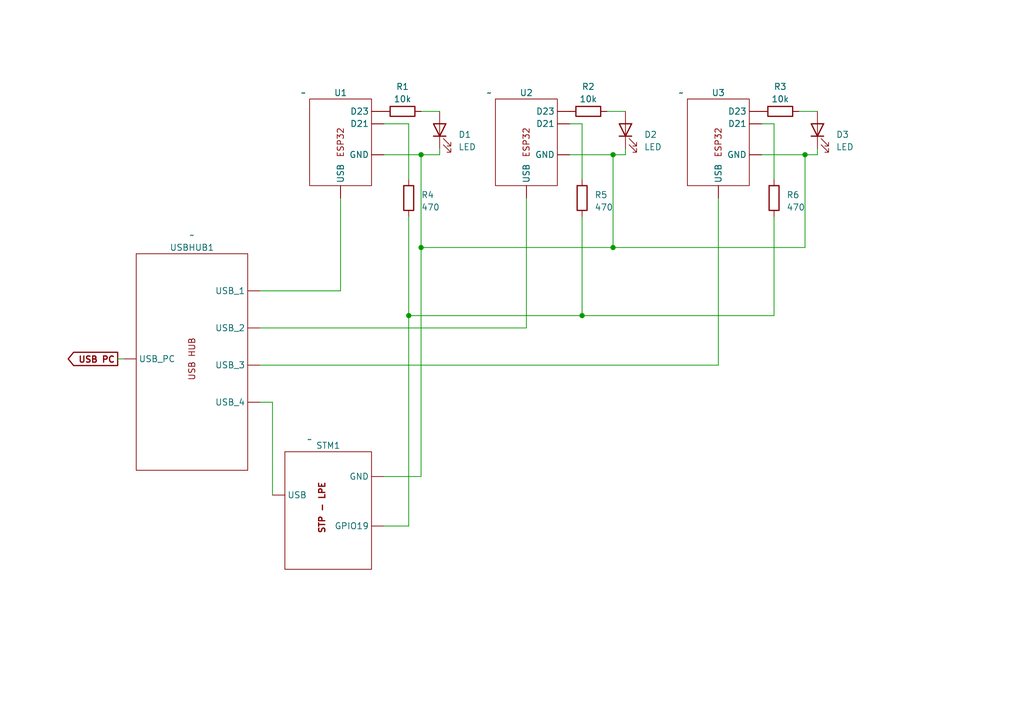
<source format=kicad_sch>
(kicad_sch (version 20230121) (generator eeschema)
  (paper "A5")
  (title_block (title "Zapojeni pro mereni vlastnosti protokolu ESP-NOW"))
  (lib_symbols
    (symbol "Device:LED" (pin_numbers hide) (pin_names (offset 1.016) hide)
      (property "Reference" "D" (at 0 2.54 0))
      (property "Value" "LED" (at 0 -2.54 0))
      (symbol "LED_0_1"
        (polyline (pts (xy -1.27 -1.27) (xy -1.27 1.27)) (stroke (width 0.254)))
        (polyline (pts (xy -1.27 0) (xy 1.27 0)))
        (polyline (pts (xy 1.27 -1.27) (xy 1.27 1.27) (xy -1.27 0) (xy 1.27 -1.27)) (stroke (width 0.254)))
        (polyline (pts (xy -3.048 -0.762) (xy -4.572 -2.286) (xy -3.81 -2.286) (xy -4.572 -2.286) (xy -4.572 -1.524)))
        (polyline (pts (xy -1.778 -0.762) (xy -3.302 -2.286) (xy -2.54 -2.286) (xy -3.302 -2.286) (xy -3.302 -1.524)))
      )
      (symbol "LED_1_1"
        (pin passive line (at -3.81 0 0) (length 2.54) (name "K") (number "1"))
        (pin passive line (at 3.81 0 180) (length 2.54) (name "A") (number "2"))
      )
    )
    (symbol "Device:R" (pin_numbers hide) (pin_names (offset 0))
      (property "Reference" "R" (at 2.032 0 90))
      (property "Value" "R" (at 0 0 90))
      (symbol "R_0_1"
        (rectangle (start -1.016 -2.54) (end 1.016 2.54) (stroke (width 0.254)))
      )
      (symbol "R_1_1"
        (pin passive line (at 0 3.81 270) (length 1.27) (name "~") (number "1"))
        (pin passive line (at 0 -3.81 90) (length 1.27) (name "~") (number "2"))
      )
    )
    (symbol "EspressIf:ESP32-schematic"
      (property "Reference" "U" (at 6.35 1.27 0))
      (symbol "ESP32-schematic_0_1"
        (rectangle (start 0 0) (end 12.7 -17.78))
      )
      (symbol "ESP32-schematic_1_1"
        (text "ESP32" (at 6.35 -8.89 900) (effects (font (size 1.27 1.27))))
        (pin bidirectional line (at 15.24 -5.08 180) (length 2.54) (name "D21") (number ""))
        (pin bidirectional line (at 15.24 -2.54 180) (length 2.54) (name "D23") (number ""))
        (pin bidirectional line (at 15.24 -11.43 180) (length 2.54) (name "GND") (number ""))
        (pin bidirectional line (at 6.35 -20.32 90) (length 2.54) (name "USB") (number ""))
      )
    )
    (symbol "EspressIf:STM32G431KB-schematic"
      (property "Reference" "STM" (at 2.54 -1.27 0))
      (symbol "STM32G431KB-schematic_0_1"
        (rectangle (start -5.08 -2.54) (end 12.7 -26.67))
      )
      (symbol "STM32G431KB-schematic_1_1"
        (text "STP - LPE\n" (at 2.54 -13.97 900) (effects (font (size 1.27 1.27) bold)))
        (pin bidirectional line (at 15.24 -7.62 180) (length 2.54) (name "GND") (number ""))
        (pin output line (at 15.24 -17.78 180) (length 2.54) (name "GPIO19") (number ""))
        (pin bidirectional line (at -7.62 -11.43 0) (length 2.54) (name "USB") (number ""))
      )
    )
    (symbol "EspressIf:USB_HUB"
      (property "Reference" "USBHUB" (at 0 0 0))
      (symbol "USB_HUB_0_1"
        (rectangle (start -11.43 -3.81) (end 11.43 -48.26))
      )
      (symbol "USB_HUB_1_1"
        (text "USB HUB" (at 0 -25.4 900) (effects (font (size 1.27 1.27))))
        (pin input line (at 13.97 -11.43 180) (length 2.54) (name "USB_1") (number ""))
        (pin input line (at 13.97 -19.05 180) (length 2.54) (name "USB_2") (number ""))
        (pin input line (at 13.97 -26.67 180) (length 2.54) (name "USB_3") (number ""))
        (pin input line (at 13.97 -34.29 180) (length 2.54) (name "USB_4") (number ""))
        (pin output line (at -13.97 -25.4 0) (length 2.54) (name "USB_PC") (number ""))
      )
    )
  )
  (junction (at 119.38 64.77))
  (junction (at 165.1 31.75))
  (junction (at 86.36 31.75))
  (junction (at 125.73 31.75))
  (junction (at 83.82 64.77))
  (junction (at 86.36 50.8))
  (junction (at 125.73 50.8))
  (wire (pts (xy 116.84 31.75) (xy 125.73 31.75)))
  (wire (pts (xy 163.83 22.86) (xy 167.64 22.86)))
  (wire (pts (xy 83.82 107.95) (xy 78.74 107.95)))
  (wire (pts (xy 128.27 30.48) (xy 128.27 31.75)))
  (wire (pts (xy 125.73 50.8) (xy 125.73 31.75)))
  (wire (pts (xy 24.13 73.66) (xy 25.4 73.66)))
  (wire (pts (xy 156.21 25.4) (xy 158.75 25.4)))
  (wire (pts (xy 119.38 44.45) (xy 119.38 64.77)))
  (wire (pts (xy 53.34 82.55) (xy 55.88 82.55)))
  (wire (pts (xy 83.82 64.77) (xy 83.82 107.95)))
  (wire (pts (xy 83.82 25.4) (xy 83.82 36.83)))
  (wire (pts (xy 69.85 40.64) (xy 69.85 59.69)))
  (wire (pts (xy 86.36 31.75) (xy 86.36 50.8)))
  (wire (pts (xy 158.75 44.45) (xy 158.75 64.77)))
  (wire (pts (xy 78.74 25.4) (xy 83.82 25.4)))
  (wire (pts (xy 55.88 82.55) (xy 55.88 101.6)))
  (wire (pts (xy 116.84 25.4) (xy 119.38 25.4)))
  (wire (pts (xy 86.36 22.86) (xy 90.17 22.86)))
  (wire (pts (xy 125.73 50.8) (xy 165.1 50.8)))
  (wire (pts (xy 165.1 31.75) (xy 167.64 31.75)))
  (wire (pts (xy 165.1 50.8) (xy 165.1 31.75)))
  (wire (pts (xy 125.73 31.75) (xy 128.27 31.75)))
  (wire (pts (xy 90.17 31.75) (xy 86.36 31.75)))
  (wire (pts (xy 86.36 50.8) (xy 86.36 97.79)))
  (wire (pts (xy 147.32 40.64) (xy 147.32 74.93)))
  (wire (pts (xy 119.38 25.4) (xy 119.38 36.83)))
  (wire (pts (xy 158.75 64.77) (xy 119.38 64.77)))
  (wire (pts (xy 86.36 97.79) (xy 78.74 97.79)))
  (wire (pts (xy 90.17 30.48) (xy 90.17 31.75)))
  (wire (pts (xy 119.38 64.77) (xy 83.82 64.77)))
  (wire (pts (xy 83.82 44.45) (xy 83.82 64.77)))
  (wire (pts (xy 107.95 67.31) (xy 53.34 67.31)))
  (wire (pts (xy 167.64 30.48) (xy 167.64 31.75)))
  (wire (pts (xy 147.32 74.93) (xy 53.34 74.93)))
  (wire (pts (xy 124.46 22.86) (xy 128.27 22.86)))
  (wire (pts (xy 86.36 50.8) (xy 125.73 50.8)))
  (wire (pts (xy 156.21 31.75) (xy 165.1 31.75)))
  (wire (pts (xy 69.85 59.69) (xy 53.34 59.69)))
  (wire (pts (xy 86.36 31.75) (xy 78.74 31.75)))
  (wire (pts (xy 107.95 40.64) (xy 107.95 67.31)))
  (wire (pts (xy 158.75 25.4) (xy 158.75 36.83)))
  (global_label "USB PC" (shape output) (at 24.13 73.66 180) (effects (font bold)) (property "Intersheetrefs" "${INTERSHEET_REFS}" (effects hide)))
  (symbol (lib_id "Device:R") (at 120.65 22.86 90) (unit 1)
    (property "Reference" "R2" (at 120.65 17.78 90))
    (property "Value" "10k" (at 120.65 20.32 90))
  )
  (symbol (lib_id "EspressIf:USB_HUB") (at 39.37 48.26 0) (unit 1)
    (property "Reference" "USBHUB1" (at 39.37 50.8 0))
    (property "Value" "~" (at 39.37 48.26 0))
  )
  (symbol (lib_id "Device:LED") (at 128.27 26.67 90) (unit 1)
    (property "Reference" "D2" (at 132.08 27.6225 90) (effects (justify right)))
    (property "Value" "LED" (at 132.08 30.1625 90) (effects (justify right)))
  )
  (symbol (lib_id "Device:R") (at 119.38 40.64 0) (unit 1)
    (property "Reference" "R5" (at 121.92 40.005 0) (effects (justify left)))
    (property "Value" "470" (at 121.92 42.545 0) (effects (justify left)))
  )
  (symbol (lib_id "EspressIf:STM32G431KB-schematic") (at 63.5 90.17 0) (unit 1)
    (property "Reference" "STM1" (at 67.31 91.44 0))
    (property "Value" "~" (at 63.5 90.17 0))
  )
  (symbol (lib_id "EspressIf:ESP32-schematic") (at 101.6 20.32 0) (unit 1)
    (property "Reference" "U2" (at 107.95 19.05 0))
    (property "Value" "~" (at 100.33 19.05 0))
  )
  (symbol (lib_id "Device:LED") (at 90.17 26.67 90) (unit 1)
    (property "Reference" "D1" (at 93.98 27.6225 90) (effects (justify right)))
    (property "Value" "LED" (at 93.98 30.1625 90) (effects (justify right)))
  )
  (symbol (lib_id "Device:R") (at 83.82 40.64 180) (unit 1)
    (property "Reference" "R4" (at 86.36 40.005 0) (effects (justify right)))
    (property "Value" "470" (at 86.36 42.545 0) (effects (justify right)))
  )
  (symbol (lib_id "Device:R") (at 160.02 22.86 90) (unit 1)
    (property "Reference" "R3" (at 160.02 17.78 90))
    (property "Value" "10k" (at 160.02 20.32 90))
  )
  (symbol (lib_id "Device:LED") (at 167.64 26.67 90) (unit 1)
    (property "Reference" "D3" (at 171.45 27.6225 90) (effects (justify right)))
    (property "Value" "LED" (at 171.45 30.1625 90) (effects (justify right)))
  )
  (symbol (lib_id "EspressIf:ESP32-schematic") (at 140.97 20.32 0) (unit 1)
    (property "Reference" "U3" (at 147.32 19.05 0))
    (property "Value" "~" (at 139.7 19.05 0))
  )
  (symbol (lib_id "EspressIf:ESP32-schematic") (at 63.5 20.32 0) (unit 1)
    (property "Reference" "U1" (at 69.85 19.05 0))
    (property "Value" "~" (at 62.23 19.05 0))
  )
  (symbol (lib_id "Device:R") (at 82.55 22.86 90) (unit 1)
    (property "Reference" "R1" (at 82.55 17.78 90))
    (property "Value" "10k" (at 82.55 20.32 90))
  )
  (symbol (lib_id "Device:R") (at 158.75 40.64 0) (unit 1)
    (property "Reference" "R6" (at 161.29 40.005 0) (effects (justify left)))
    (property "Value" "470" (at 161.29 42.545 0) (effects (justify left)))
  )
)
</source>
